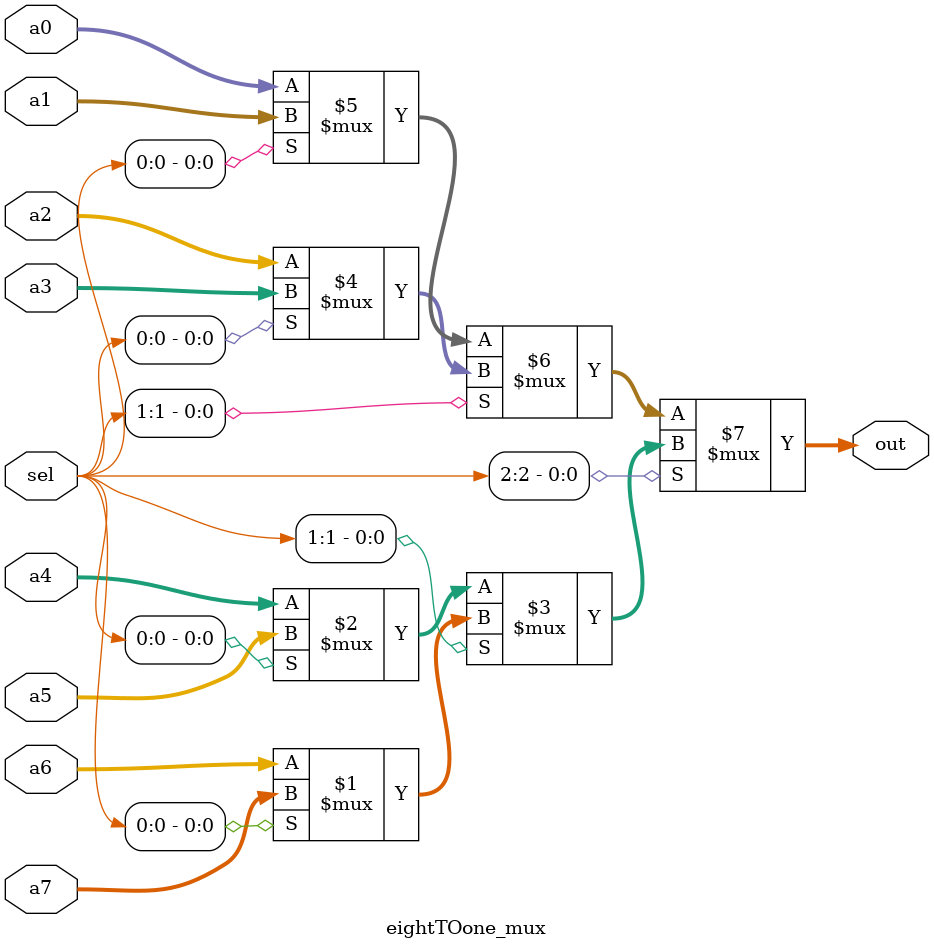
<source format=sv>
module eightTOone_mux
	(
	input logic [15:0] a0,
	input logic [15:0] a1,
	input logic [15:0] a2,
	input logic [15:0] a3,	
	input logic [15:0] a4,
	input logic [15:0] a5,
	input logic [15:0] a6,
	input logic [15:0] a7,
	input logic [2:0] sel,
	output logic [15:0] out
	);
	assign out = sel[2] ? (sel[1] ? (sel[0] ? a7 : a6) : (sel[0] ? a5 : a4)) : (sel[1] ? (sel[0] ? a3 : a2) : (sel[0] ? a1 : a0)); 
endmodule
</source>
